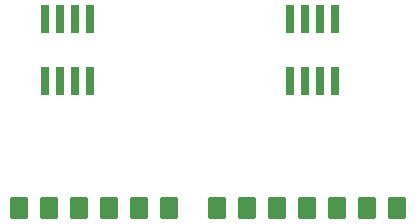
<source format=gts>
G04 Layer: TopSolderMaskLayer*
G04 EasyEDA v6.5.13, 2022-08-17 10:47:09*
G04 b7dc3e68d0514606a91ca319f37642e0,153482dac41149f1974aef67bcea995d,10*
G04 Gerber Generator version 0.2*
G04 Scale: 100 percent, Rotated: No, Reflected: No *
G04 Dimensions in millimeters *
G04 leading zeros omitted , absolute positions ,4 integer and 5 decimal *
%FSLAX45Y45*%
%MOMM*%

%AMMACRO1*1,1,$1,$2,$3*1,1,$1,$4,$5*1,1,$1,0-$2,0-$3*1,1,$1,0-$4,0-$5*20,1,$1,$2,$3,$4,$5,0*20,1,$1,$4,$5,0-$2,0-$3,0*20,1,$1,0-$2,0-$3,0-$4,0-$5,0*20,1,$1,0-$4,0-$5,$2,$3,0*4,1,4,$2,$3,$4,$5,0-$2,0-$3,0-$4,0-$5,$2,$3,0*%
%ADD10MACRO1,0.1016X-0.7112X-0.8533X-0.7112X0.8533*%
%ADD11MACRO1,0.1016X-0.7111X-0.8533X-0.7111X0.8533*%
%ADD12MACRO1,0.1016X-0.7111X-0.8534X-0.7111X0.8534*%
%ADD13MACRO1,0.1016X-0.7112X-0.8534X-0.7112X0.8534*%
%ADD14MACRO1,0.1016X0.3048X-1.1049X-0.3048X-1.1049*%

%LPD*%
D10*
G01*
X1919795Y253987D03*
G01*
X1665795Y253987D03*
G01*
X1411795Y253987D03*
D11*
G01*
X1157808Y253987D03*
G01*
X903808Y253987D03*
D12*
G01*
X649808Y254000D03*
D13*
G01*
X3850195Y254000D03*
G01*
X3596195Y254000D03*
G01*
X3342195Y254000D03*
G01*
X3088195Y254000D03*
G01*
X2834195Y254000D03*
G01*
X2580195Y254000D03*
D10*
G01*
X2326195Y253987D03*
D14*
G01*
X3326259Y1855457D03*
G01*
X3199259Y1855457D03*
G01*
X3072259Y1855457D03*
G01*
X2945259Y1855457D03*
G01*
X2945259Y1332217D03*
G01*
X3072259Y1332217D03*
G01*
X3199259Y1332217D03*
G01*
X3326259Y1332217D03*
G01*
X1248028Y1855457D03*
G01*
X1121028Y1855457D03*
G01*
X994028Y1855457D03*
G01*
X867028Y1855457D03*
G01*
X867028Y1332217D03*
G01*
X994028Y1332217D03*
G01*
X1121028Y1332217D03*
G01*
X1248028Y1332217D03*
M02*

</source>
